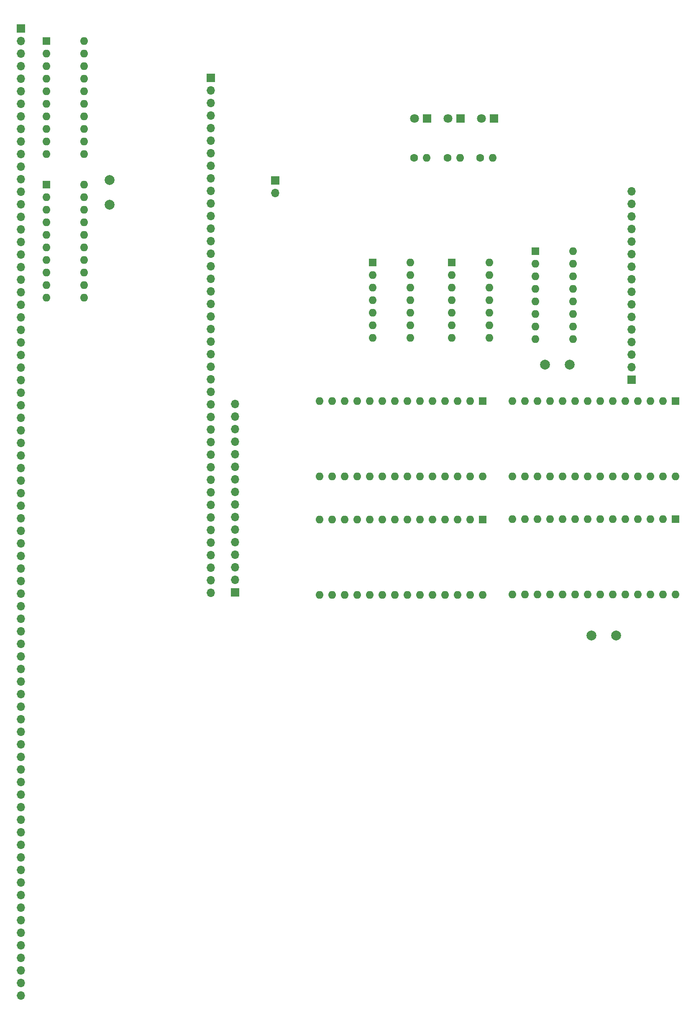
<source format=gbr>
%TF.GenerationSoftware,KiCad,Pcbnew,6.0.1-79c1e3a40b~116~ubuntu21.10.1*%
%TF.CreationDate,2022-02-14T17:27:15+01:00*%
%TF.ProjectId,memory,6d656d6f-7279-42e6-9b69-6361645f7063,v.1*%
%TF.SameCoordinates,Original*%
%TF.FileFunction,Soldermask,Top*%
%TF.FilePolarity,Negative*%
%FSLAX46Y46*%
G04 Gerber Fmt 4.6, Leading zero omitted, Abs format (unit mm)*
G04 Created by KiCad (PCBNEW 6.0.1-79c1e3a40b~116~ubuntu21.10.1) date 2022-02-14 17:27:15*
%MOMM*%
%LPD*%
G01*
G04 APERTURE LIST*
%ADD10R,1.600000X1.600000*%
%ADD11O,1.600000X1.600000*%
%ADD12C,1.600000*%
%ADD13R,1.800000X1.800000*%
%ADD14C,1.800000*%
%ADD15R,1.700000X1.700000*%
%ADD16O,1.700000X1.700000*%
%ADD17C,2.000000*%
G04 APERTURE END LIST*
D10*
%TO.C,U9*%
X118525000Y-95375000D03*
D11*
X115985000Y-95375000D03*
X113445000Y-95375000D03*
X110905000Y-95375000D03*
X108365000Y-95375000D03*
X105825000Y-95375000D03*
X103285000Y-95375000D03*
X100745000Y-95375000D03*
X98205000Y-95375000D03*
X95665000Y-95375000D03*
X93125000Y-95375000D03*
X90585000Y-95375000D03*
X88045000Y-95375000D03*
X85505000Y-95375000D03*
X85505000Y-110615000D03*
X88045000Y-110615000D03*
X90585000Y-110615000D03*
X93125000Y-110615000D03*
X95665000Y-110615000D03*
X98205000Y-110615000D03*
X100745000Y-110615000D03*
X103285000Y-110615000D03*
X105825000Y-110615000D03*
X108365000Y-110615000D03*
X110905000Y-110615000D03*
X113445000Y-110615000D03*
X115985000Y-110615000D03*
X118525000Y-110615000D03*
%TD*%
D10*
%TO.C,U10*%
X157525000Y-95375000D03*
D11*
X154985000Y-95375000D03*
X152445000Y-95375000D03*
X149905000Y-95375000D03*
X147365000Y-95375000D03*
X144825000Y-95375000D03*
X142285000Y-95375000D03*
X139745000Y-95375000D03*
X137205000Y-95375000D03*
X134665000Y-95375000D03*
X132125000Y-95375000D03*
X129585000Y-95375000D03*
X127045000Y-95375000D03*
X124505000Y-95375000D03*
X124505000Y-110615000D03*
X127045000Y-110615000D03*
X129585000Y-110615000D03*
X132125000Y-110615000D03*
X134665000Y-110615000D03*
X137205000Y-110615000D03*
X139745000Y-110615000D03*
X142285000Y-110615000D03*
X144825000Y-110615000D03*
X147365000Y-110615000D03*
X149905000Y-110615000D03*
X152445000Y-110615000D03*
X154985000Y-110615000D03*
X157525000Y-110615000D03*
%TD*%
D12*
%TO.C,R2*%
X111400000Y-46200000D03*
D11*
X113940000Y-46200000D03*
%TD*%
D10*
%TO.C,U3*%
X129200000Y-65100000D03*
D11*
X129200000Y-67640000D03*
X129200000Y-70180000D03*
X129200000Y-72720000D03*
X129200000Y-75260000D03*
X129200000Y-77800000D03*
X129200000Y-80340000D03*
X129200000Y-82880000D03*
X136820000Y-82880000D03*
X136820000Y-80340000D03*
X136820000Y-77800000D03*
X136820000Y-75260000D03*
X136820000Y-72720000D03*
X136820000Y-70180000D03*
X136820000Y-67640000D03*
X136820000Y-65100000D03*
%TD*%
D13*
%TO.C,D1*%
X107275000Y-38200000D03*
D14*
X104735000Y-38200000D03*
%TD*%
D12*
%TO.C,R1*%
X104600000Y-46200000D03*
D11*
X107140000Y-46200000D03*
%TD*%
D13*
%TO.C,D3*%
X120750000Y-38200000D03*
D14*
X118210000Y-38200000D03*
%TD*%
D15*
%TO.C,J4*%
X68400000Y-134050000D03*
D16*
X68400000Y-131510000D03*
X68400000Y-128970000D03*
X68400000Y-126430000D03*
X68400000Y-123890000D03*
X68400000Y-121350000D03*
X68400000Y-118810000D03*
X68400000Y-116270000D03*
X68400000Y-113730000D03*
X68400000Y-111190000D03*
X68400000Y-108650000D03*
X68400000Y-106110000D03*
X68400000Y-103570000D03*
X68400000Y-101030000D03*
X68400000Y-98490000D03*
X68400000Y-95950000D03*
%TD*%
D12*
%TO.C,R3*%
X118000000Y-46200000D03*
D11*
X120540000Y-46200000D03*
%TD*%
D13*
%TO.C,D2*%
X114000000Y-38200000D03*
D14*
X111460000Y-38200000D03*
%TD*%
D17*
%TO.C,C1*%
X43000000Y-55700000D03*
X43000000Y-50700000D03*
%TD*%
D15*
%TO.C,J3*%
X148620000Y-91090000D03*
D16*
X148620000Y-88550000D03*
X148620000Y-86010000D03*
X148620000Y-83470000D03*
X148620000Y-80930000D03*
X148620000Y-78390000D03*
X148620000Y-75850000D03*
X148620000Y-73310000D03*
X148620000Y-70770000D03*
X148620000Y-68230000D03*
X148620000Y-65690000D03*
X148620000Y-63150000D03*
X148620000Y-60610000D03*
X148620000Y-58070000D03*
X148620000Y-55530000D03*
X148620000Y-52990000D03*
%TD*%
D10*
%TO.C,U2*%
X96200000Y-67375000D03*
D11*
X96200000Y-69915000D03*
X96200000Y-72455000D03*
X96200000Y-74995000D03*
X96200000Y-77535000D03*
X96200000Y-80075000D03*
X96200000Y-82615000D03*
X103820000Y-82615000D03*
X103820000Y-80075000D03*
X103820000Y-77535000D03*
X103820000Y-74995000D03*
X103820000Y-72455000D03*
X103820000Y-69915000D03*
X103820000Y-67375000D03*
%TD*%
D10*
%TO.C,U12*%
X157525000Y-119275000D03*
D11*
X154985000Y-119275000D03*
X152445000Y-119275000D03*
X149905000Y-119275000D03*
X147365000Y-119275000D03*
X144825000Y-119275000D03*
X142285000Y-119275000D03*
X139745000Y-119275000D03*
X137205000Y-119275000D03*
X134665000Y-119275000D03*
X132125000Y-119275000D03*
X129585000Y-119275000D03*
X127045000Y-119275000D03*
X124505000Y-119275000D03*
X124505000Y-134515000D03*
X127045000Y-134515000D03*
X129585000Y-134515000D03*
X132125000Y-134515000D03*
X134665000Y-134515000D03*
X137205000Y-134515000D03*
X139745000Y-134515000D03*
X142285000Y-134515000D03*
X144825000Y-134515000D03*
X147365000Y-134515000D03*
X149905000Y-134515000D03*
X152445000Y-134515000D03*
X154985000Y-134515000D03*
X157525000Y-134515000D03*
%TD*%
D15*
%TO.C,J2*%
X76530000Y-50770000D03*
D16*
X76530000Y-53310000D03*
%TD*%
D17*
%TO.C,C2*%
X140500000Y-142800000D03*
X145500000Y-142800000D03*
%TD*%
%TO.C,C3*%
X131100000Y-88000000D03*
X136100000Y-88000000D03*
%TD*%
D15*
%TO.C,J1*%
X25000000Y-20000000D03*
D16*
X25000000Y-22540000D03*
X25000000Y-25080000D03*
X25000000Y-27620000D03*
X25000000Y-30160000D03*
X25000000Y-32700000D03*
X25000000Y-35240000D03*
X25000000Y-37780000D03*
X25000000Y-40320000D03*
X25000000Y-42860000D03*
X25000000Y-45400000D03*
X25000000Y-47940000D03*
X25000000Y-50480000D03*
X25000000Y-53020000D03*
X25000000Y-55560000D03*
X25000000Y-58100000D03*
X25000000Y-60640000D03*
X25000000Y-63180000D03*
X25000000Y-65720000D03*
X25000000Y-68260000D03*
X25000000Y-70800000D03*
X25000000Y-73340000D03*
X25000000Y-75880000D03*
X25000000Y-78420000D03*
X25000000Y-80960000D03*
X25000000Y-83500000D03*
X25000000Y-86040000D03*
X25000000Y-88580000D03*
X25000000Y-91120000D03*
X25000000Y-93660000D03*
X25000000Y-96200000D03*
X25000000Y-98740000D03*
X25000000Y-101280000D03*
X25000000Y-103820000D03*
X25000000Y-106360000D03*
X25000000Y-108900000D03*
X25000000Y-111440000D03*
X25000000Y-113980000D03*
X25000000Y-116520000D03*
X25000000Y-119060000D03*
X25000000Y-121600000D03*
X25000000Y-124140000D03*
X25000000Y-126680000D03*
X25000000Y-129220000D03*
X25000000Y-131760000D03*
X25000000Y-134300000D03*
X25000000Y-136840000D03*
X25000000Y-139380000D03*
X25000000Y-141920000D03*
X25000000Y-144460000D03*
X25000000Y-147000000D03*
X25000000Y-149540000D03*
X25000000Y-152080000D03*
X25000000Y-154620000D03*
X25000000Y-157160000D03*
X25000000Y-159700000D03*
X25000000Y-162240000D03*
X25000000Y-164780000D03*
X25000000Y-167320000D03*
X25000000Y-169860000D03*
X25000000Y-172400000D03*
X25000000Y-174940000D03*
X25000000Y-177480000D03*
X25000000Y-180020000D03*
X25000000Y-182560000D03*
X25000000Y-185100000D03*
X25000000Y-187640000D03*
X25000000Y-190180000D03*
X25000000Y-192720000D03*
X25000000Y-195260000D03*
X25000000Y-197800000D03*
X25000000Y-200340000D03*
X25000000Y-202880000D03*
X25000000Y-205420000D03*
X25000000Y-207960000D03*
X25000000Y-210500000D03*
X25000000Y-213040000D03*
X25000000Y-215580000D03*
%TD*%
D10*
%TO.C,U1*%
X112200000Y-67375000D03*
D11*
X112200000Y-69915000D03*
X112200000Y-72455000D03*
X112200000Y-74995000D03*
X112200000Y-77535000D03*
X112200000Y-80075000D03*
X112200000Y-82615000D03*
X119820000Y-82615000D03*
X119820000Y-80075000D03*
X119820000Y-77535000D03*
X119820000Y-74995000D03*
X119820000Y-72455000D03*
X119820000Y-69915000D03*
X119820000Y-67375000D03*
%TD*%
D10*
%TO.C,U11*%
X118525000Y-119375000D03*
D11*
X115985000Y-119375000D03*
X113445000Y-119375000D03*
X110905000Y-119375000D03*
X108365000Y-119375000D03*
X105825000Y-119375000D03*
X103285000Y-119375000D03*
X100745000Y-119375000D03*
X98205000Y-119375000D03*
X95665000Y-119375000D03*
X93125000Y-119375000D03*
X90585000Y-119375000D03*
X88045000Y-119375000D03*
X85505000Y-119375000D03*
X85505000Y-134615000D03*
X88045000Y-134615000D03*
X90585000Y-134615000D03*
X93125000Y-134615000D03*
X95665000Y-134615000D03*
X98205000Y-134615000D03*
X100745000Y-134615000D03*
X103285000Y-134615000D03*
X105825000Y-134615000D03*
X108365000Y-134615000D03*
X110905000Y-134615000D03*
X113445000Y-134615000D03*
X115985000Y-134615000D03*
X118525000Y-134615000D03*
%TD*%
D10*
%TO.C,U5*%
X30200000Y-22560000D03*
D11*
X30200000Y-25100000D03*
X30200000Y-27640000D03*
X30200000Y-30180000D03*
X30200000Y-32720000D03*
X30200000Y-35260000D03*
X30200000Y-37800000D03*
X30200000Y-40340000D03*
X30200000Y-42880000D03*
X30200000Y-45420000D03*
X37820000Y-45420000D03*
X37820000Y-42880000D03*
X37820000Y-40340000D03*
X37820000Y-37800000D03*
X37820000Y-35260000D03*
X37820000Y-32720000D03*
X37820000Y-30180000D03*
X37820000Y-27640000D03*
X37820000Y-25100000D03*
X37820000Y-22560000D03*
%TD*%
D10*
%TO.C,U6*%
X30200000Y-51575000D03*
D11*
X30200000Y-54115000D03*
X30200000Y-56655000D03*
X30200000Y-59195000D03*
X30200000Y-61735000D03*
X30200000Y-64275000D03*
X30200000Y-66815000D03*
X30200000Y-69355000D03*
X30200000Y-71895000D03*
X30200000Y-74435000D03*
X37820000Y-74435000D03*
X37820000Y-71895000D03*
X37820000Y-69355000D03*
X37820000Y-66815000D03*
X37820000Y-64275000D03*
X37820000Y-61735000D03*
X37820000Y-59195000D03*
X37820000Y-56655000D03*
X37820000Y-54115000D03*
X37820000Y-51575000D03*
%TD*%
D15*
%TO.C,U4*%
X63500000Y-30000000D03*
D16*
X63500000Y-32540000D03*
X63500000Y-35080000D03*
X63500000Y-37620000D03*
X63500000Y-40160000D03*
X63500000Y-42700000D03*
X63500000Y-45240000D03*
X63500000Y-47780000D03*
X63500000Y-50320000D03*
X63500000Y-52860000D03*
X63500000Y-55400000D03*
X63500000Y-57940000D03*
X63500000Y-60480000D03*
X63500000Y-63020000D03*
X63500000Y-65560000D03*
X63500000Y-68100000D03*
X63500000Y-70640000D03*
X63500000Y-73180000D03*
X63500000Y-75720000D03*
X63500000Y-78260000D03*
X63500000Y-80800000D03*
X63500000Y-83340000D03*
X63500000Y-85880000D03*
X63500000Y-88420000D03*
X63500000Y-90960000D03*
X63500000Y-93500000D03*
X63500000Y-96040000D03*
X63500000Y-98580000D03*
X63500000Y-101120000D03*
X63500000Y-103660000D03*
X63500000Y-106200000D03*
X63500000Y-108740000D03*
X63500000Y-111280000D03*
X63500000Y-113820000D03*
X63500000Y-116360000D03*
X63500000Y-118900000D03*
X63500000Y-121440000D03*
X63500000Y-123980000D03*
X63500000Y-126520000D03*
X63500000Y-129060000D03*
X63500000Y-131600000D03*
X63500000Y-134140000D03*
%TD*%
M02*

</source>
